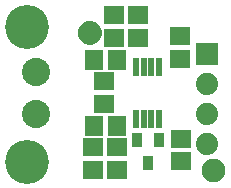
<source format=gbr>
G04 EAGLE Gerber RS-274X export*
G75*
%MOMM*%
%FSLAX34Y34*%
%LPD*%
%INSoldermask Top*%
%IPPOS*%
%AMOC8*
5,1,8,0,0,1.08239X$1,22.5*%
G01*
%ADD10R,0.550000X1.600000*%
%ADD11R,1.703200X1.503200*%
%ADD12R,1.503200X1.703200*%
%ADD13C,2.387600*%
%ADD14C,1.203200*%
%ADD15C,0.500000*%
%ADD16R,1.879600X1.879600*%
%ADD17C,1.879600*%
%ADD18R,0.838200X1.219200*%
%ADD19C,3.719200*%


D10*
X117250Y105820D03*
X123750Y105820D03*
X130250Y105820D03*
X136750Y105820D03*
X117250Y61820D03*
X123750Y61820D03*
X130250Y61820D03*
X136750Y61820D03*
D11*
X119380Y149200D03*
X119380Y130200D03*
X101600Y37440D03*
X101600Y18440D03*
X90170Y93320D03*
X90170Y74320D03*
X99060Y149200D03*
X99060Y130200D03*
D12*
X81940Y111760D03*
X100940Y111760D03*
X81940Y55880D03*
X100940Y55880D03*
D11*
X81280Y18440D03*
X81280Y37440D03*
D13*
X33020Y65820D03*
X33020Y100820D03*
D14*
X182880Y17780D03*
D15*
X182880Y25280D02*
X182699Y25278D01*
X182518Y25271D01*
X182337Y25260D01*
X182156Y25245D01*
X181976Y25225D01*
X181796Y25201D01*
X181617Y25173D01*
X181439Y25140D01*
X181262Y25103D01*
X181085Y25062D01*
X180910Y25017D01*
X180735Y24967D01*
X180562Y24913D01*
X180391Y24855D01*
X180220Y24793D01*
X180052Y24726D01*
X179885Y24656D01*
X179719Y24582D01*
X179556Y24503D01*
X179395Y24421D01*
X179235Y24335D01*
X179078Y24245D01*
X178923Y24151D01*
X178770Y24054D01*
X178620Y23952D01*
X178472Y23848D01*
X178326Y23739D01*
X178184Y23628D01*
X178044Y23512D01*
X177907Y23394D01*
X177772Y23272D01*
X177641Y23147D01*
X177513Y23019D01*
X177388Y22888D01*
X177266Y22753D01*
X177148Y22616D01*
X177032Y22476D01*
X176921Y22334D01*
X176812Y22188D01*
X176708Y22040D01*
X176606Y21890D01*
X176509Y21737D01*
X176415Y21582D01*
X176325Y21425D01*
X176239Y21265D01*
X176157Y21104D01*
X176078Y20941D01*
X176004Y20775D01*
X175934Y20608D01*
X175867Y20440D01*
X175805Y20269D01*
X175747Y20098D01*
X175693Y19925D01*
X175643Y19750D01*
X175598Y19575D01*
X175557Y19398D01*
X175520Y19221D01*
X175487Y19043D01*
X175459Y18864D01*
X175435Y18684D01*
X175415Y18504D01*
X175400Y18323D01*
X175389Y18142D01*
X175382Y17961D01*
X175380Y17780D01*
X182880Y25280D02*
X183061Y25278D01*
X183242Y25271D01*
X183423Y25260D01*
X183604Y25245D01*
X183784Y25225D01*
X183964Y25201D01*
X184143Y25173D01*
X184321Y25140D01*
X184498Y25103D01*
X184675Y25062D01*
X184850Y25017D01*
X185025Y24967D01*
X185198Y24913D01*
X185369Y24855D01*
X185540Y24793D01*
X185708Y24726D01*
X185875Y24656D01*
X186041Y24582D01*
X186204Y24503D01*
X186365Y24421D01*
X186525Y24335D01*
X186682Y24245D01*
X186837Y24151D01*
X186990Y24054D01*
X187140Y23952D01*
X187288Y23848D01*
X187434Y23739D01*
X187576Y23628D01*
X187716Y23512D01*
X187853Y23394D01*
X187988Y23272D01*
X188119Y23147D01*
X188247Y23019D01*
X188372Y22888D01*
X188494Y22753D01*
X188612Y22616D01*
X188728Y22476D01*
X188839Y22334D01*
X188948Y22188D01*
X189052Y22040D01*
X189154Y21890D01*
X189251Y21737D01*
X189345Y21582D01*
X189435Y21425D01*
X189521Y21265D01*
X189603Y21104D01*
X189682Y20941D01*
X189756Y20775D01*
X189826Y20608D01*
X189893Y20440D01*
X189955Y20269D01*
X190013Y20098D01*
X190067Y19925D01*
X190117Y19750D01*
X190162Y19575D01*
X190203Y19398D01*
X190240Y19221D01*
X190273Y19043D01*
X190301Y18864D01*
X190325Y18684D01*
X190345Y18504D01*
X190360Y18323D01*
X190371Y18142D01*
X190378Y17961D01*
X190380Y17780D01*
X190378Y17599D01*
X190371Y17418D01*
X190360Y17237D01*
X190345Y17056D01*
X190325Y16876D01*
X190301Y16696D01*
X190273Y16517D01*
X190240Y16339D01*
X190203Y16162D01*
X190162Y15985D01*
X190117Y15810D01*
X190067Y15635D01*
X190013Y15462D01*
X189955Y15291D01*
X189893Y15120D01*
X189826Y14952D01*
X189756Y14785D01*
X189682Y14619D01*
X189603Y14456D01*
X189521Y14295D01*
X189435Y14135D01*
X189345Y13978D01*
X189251Y13823D01*
X189154Y13670D01*
X189052Y13520D01*
X188948Y13372D01*
X188839Y13226D01*
X188728Y13084D01*
X188612Y12944D01*
X188494Y12807D01*
X188372Y12672D01*
X188247Y12541D01*
X188119Y12413D01*
X187988Y12288D01*
X187853Y12166D01*
X187716Y12048D01*
X187576Y11932D01*
X187434Y11821D01*
X187288Y11712D01*
X187140Y11608D01*
X186990Y11506D01*
X186837Y11409D01*
X186682Y11315D01*
X186525Y11225D01*
X186365Y11139D01*
X186204Y11057D01*
X186041Y10978D01*
X185875Y10904D01*
X185708Y10834D01*
X185540Y10767D01*
X185369Y10705D01*
X185198Y10647D01*
X185025Y10593D01*
X184850Y10543D01*
X184675Y10498D01*
X184498Y10457D01*
X184321Y10420D01*
X184143Y10387D01*
X183964Y10359D01*
X183784Y10335D01*
X183604Y10315D01*
X183423Y10300D01*
X183242Y10289D01*
X183061Y10282D01*
X182880Y10280D01*
X182699Y10282D01*
X182518Y10289D01*
X182337Y10300D01*
X182156Y10315D01*
X181976Y10335D01*
X181796Y10359D01*
X181617Y10387D01*
X181439Y10420D01*
X181262Y10457D01*
X181085Y10498D01*
X180910Y10543D01*
X180735Y10593D01*
X180562Y10647D01*
X180391Y10705D01*
X180220Y10767D01*
X180052Y10834D01*
X179885Y10904D01*
X179719Y10978D01*
X179556Y11057D01*
X179395Y11139D01*
X179235Y11225D01*
X179078Y11315D01*
X178923Y11409D01*
X178770Y11506D01*
X178620Y11608D01*
X178472Y11712D01*
X178326Y11821D01*
X178184Y11932D01*
X178044Y12048D01*
X177907Y12166D01*
X177772Y12288D01*
X177641Y12413D01*
X177513Y12541D01*
X177388Y12672D01*
X177266Y12807D01*
X177148Y12944D01*
X177032Y13084D01*
X176921Y13226D01*
X176812Y13372D01*
X176708Y13520D01*
X176606Y13670D01*
X176509Y13823D01*
X176415Y13978D01*
X176325Y14135D01*
X176239Y14295D01*
X176157Y14456D01*
X176078Y14619D01*
X176004Y14785D01*
X175934Y14952D01*
X175867Y15120D01*
X175805Y15291D01*
X175747Y15462D01*
X175693Y15635D01*
X175643Y15810D01*
X175598Y15985D01*
X175557Y16162D01*
X175520Y16339D01*
X175487Y16517D01*
X175459Y16696D01*
X175435Y16876D01*
X175415Y17056D01*
X175400Y17237D01*
X175389Y17418D01*
X175382Y17599D01*
X175380Y17780D01*
D14*
X78220Y134300D03*
D15*
X78220Y141800D02*
X78039Y141798D01*
X77858Y141791D01*
X77677Y141780D01*
X77496Y141765D01*
X77316Y141745D01*
X77136Y141721D01*
X76957Y141693D01*
X76779Y141660D01*
X76602Y141623D01*
X76425Y141582D01*
X76250Y141537D01*
X76075Y141487D01*
X75902Y141433D01*
X75731Y141375D01*
X75560Y141313D01*
X75392Y141246D01*
X75225Y141176D01*
X75059Y141102D01*
X74896Y141023D01*
X74735Y140941D01*
X74575Y140855D01*
X74418Y140765D01*
X74263Y140671D01*
X74110Y140574D01*
X73960Y140472D01*
X73812Y140368D01*
X73666Y140259D01*
X73524Y140148D01*
X73384Y140032D01*
X73247Y139914D01*
X73112Y139792D01*
X72981Y139667D01*
X72853Y139539D01*
X72728Y139408D01*
X72606Y139273D01*
X72488Y139136D01*
X72372Y138996D01*
X72261Y138854D01*
X72152Y138708D01*
X72048Y138560D01*
X71946Y138410D01*
X71849Y138257D01*
X71755Y138102D01*
X71665Y137945D01*
X71579Y137785D01*
X71497Y137624D01*
X71418Y137461D01*
X71344Y137295D01*
X71274Y137128D01*
X71207Y136960D01*
X71145Y136789D01*
X71087Y136618D01*
X71033Y136445D01*
X70983Y136270D01*
X70938Y136095D01*
X70897Y135918D01*
X70860Y135741D01*
X70827Y135563D01*
X70799Y135384D01*
X70775Y135204D01*
X70755Y135024D01*
X70740Y134843D01*
X70729Y134662D01*
X70722Y134481D01*
X70720Y134300D01*
X78220Y141800D02*
X78401Y141798D01*
X78582Y141791D01*
X78763Y141780D01*
X78944Y141765D01*
X79124Y141745D01*
X79304Y141721D01*
X79483Y141693D01*
X79661Y141660D01*
X79838Y141623D01*
X80015Y141582D01*
X80190Y141537D01*
X80365Y141487D01*
X80538Y141433D01*
X80709Y141375D01*
X80880Y141313D01*
X81048Y141246D01*
X81215Y141176D01*
X81381Y141102D01*
X81544Y141023D01*
X81705Y140941D01*
X81865Y140855D01*
X82022Y140765D01*
X82177Y140671D01*
X82330Y140574D01*
X82480Y140472D01*
X82628Y140368D01*
X82774Y140259D01*
X82916Y140148D01*
X83056Y140032D01*
X83193Y139914D01*
X83328Y139792D01*
X83459Y139667D01*
X83587Y139539D01*
X83712Y139408D01*
X83834Y139273D01*
X83952Y139136D01*
X84068Y138996D01*
X84179Y138854D01*
X84288Y138708D01*
X84392Y138560D01*
X84494Y138410D01*
X84591Y138257D01*
X84685Y138102D01*
X84775Y137945D01*
X84861Y137785D01*
X84943Y137624D01*
X85022Y137461D01*
X85096Y137295D01*
X85166Y137128D01*
X85233Y136960D01*
X85295Y136789D01*
X85353Y136618D01*
X85407Y136445D01*
X85457Y136270D01*
X85502Y136095D01*
X85543Y135918D01*
X85580Y135741D01*
X85613Y135563D01*
X85641Y135384D01*
X85665Y135204D01*
X85685Y135024D01*
X85700Y134843D01*
X85711Y134662D01*
X85718Y134481D01*
X85720Y134300D01*
X85718Y134119D01*
X85711Y133938D01*
X85700Y133757D01*
X85685Y133576D01*
X85665Y133396D01*
X85641Y133216D01*
X85613Y133037D01*
X85580Y132859D01*
X85543Y132682D01*
X85502Y132505D01*
X85457Y132330D01*
X85407Y132155D01*
X85353Y131982D01*
X85295Y131811D01*
X85233Y131640D01*
X85166Y131472D01*
X85096Y131305D01*
X85022Y131139D01*
X84943Y130976D01*
X84861Y130815D01*
X84775Y130655D01*
X84685Y130498D01*
X84591Y130343D01*
X84494Y130190D01*
X84392Y130040D01*
X84288Y129892D01*
X84179Y129746D01*
X84068Y129604D01*
X83952Y129464D01*
X83834Y129327D01*
X83712Y129192D01*
X83587Y129061D01*
X83459Y128933D01*
X83328Y128808D01*
X83193Y128686D01*
X83056Y128568D01*
X82916Y128452D01*
X82774Y128341D01*
X82628Y128232D01*
X82480Y128128D01*
X82330Y128026D01*
X82177Y127929D01*
X82022Y127835D01*
X81865Y127745D01*
X81705Y127659D01*
X81544Y127577D01*
X81381Y127498D01*
X81215Y127424D01*
X81048Y127354D01*
X80880Y127287D01*
X80709Y127225D01*
X80538Y127167D01*
X80365Y127113D01*
X80190Y127063D01*
X80015Y127018D01*
X79838Y126977D01*
X79661Y126940D01*
X79483Y126907D01*
X79304Y126879D01*
X79124Y126855D01*
X78944Y126835D01*
X78763Y126820D01*
X78582Y126809D01*
X78401Y126802D01*
X78220Y126800D01*
X78039Y126802D01*
X77858Y126809D01*
X77677Y126820D01*
X77496Y126835D01*
X77316Y126855D01*
X77136Y126879D01*
X76957Y126907D01*
X76779Y126940D01*
X76602Y126977D01*
X76425Y127018D01*
X76250Y127063D01*
X76075Y127113D01*
X75902Y127167D01*
X75731Y127225D01*
X75560Y127287D01*
X75392Y127354D01*
X75225Y127424D01*
X75059Y127498D01*
X74896Y127577D01*
X74735Y127659D01*
X74575Y127745D01*
X74418Y127835D01*
X74263Y127929D01*
X74110Y128026D01*
X73960Y128128D01*
X73812Y128232D01*
X73666Y128341D01*
X73524Y128452D01*
X73384Y128568D01*
X73247Y128686D01*
X73112Y128808D01*
X72981Y128933D01*
X72853Y129061D01*
X72728Y129192D01*
X72606Y129327D01*
X72488Y129464D01*
X72372Y129604D01*
X72261Y129746D01*
X72152Y129892D01*
X72048Y130040D01*
X71946Y130190D01*
X71849Y130343D01*
X71755Y130498D01*
X71665Y130655D01*
X71579Y130815D01*
X71497Y130976D01*
X71418Y131139D01*
X71344Y131305D01*
X71274Y131472D01*
X71207Y131640D01*
X71145Y131811D01*
X71087Y131982D01*
X71033Y132155D01*
X70983Y132330D01*
X70938Y132505D01*
X70897Y132682D01*
X70860Y132859D01*
X70827Y133037D01*
X70799Y133216D01*
X70775Y133396D01*
X70755Y133576D01*
X70740Y133757D01*
X70729Y133938D01*
X70722Y134119D01*
X70720Y134300D01*
D16*
X177800Y116840D03*
D17*
X177800Y91440D03*
X177800Y66040D03*
X177800Y40640D03*
D18*
X127440Y23760D03*
X117940Y43760D03*
X136940Y43760D03*
D11*
X155200Y44620D03*
X155200Y25620D03*
D19*
X25400Y139700D03*
X25400Y25400D03*
D11*
X154940Y131420D03*
X154940Y112420D03*
M02*

</source>
